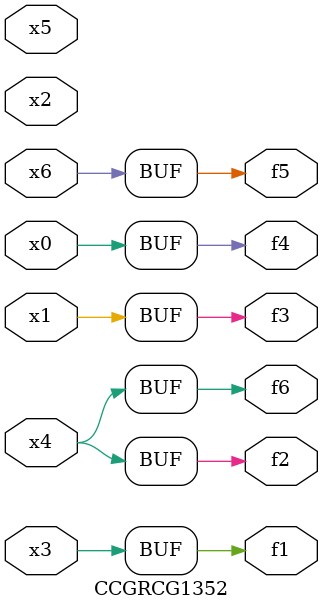
<source format=v>
module CCGRCG1352(
	input x0, x1, x2, x3, x4, x5, x6,
	output f1, f2, f3, f4, f5, f6
);
	assign f1 = x3;
	assign f2 = x4;
	assign f3 = x1;
	assign f4 = x0;
	assign f5 = x6;
	assign f6 = x4;
endmodule

</source>
